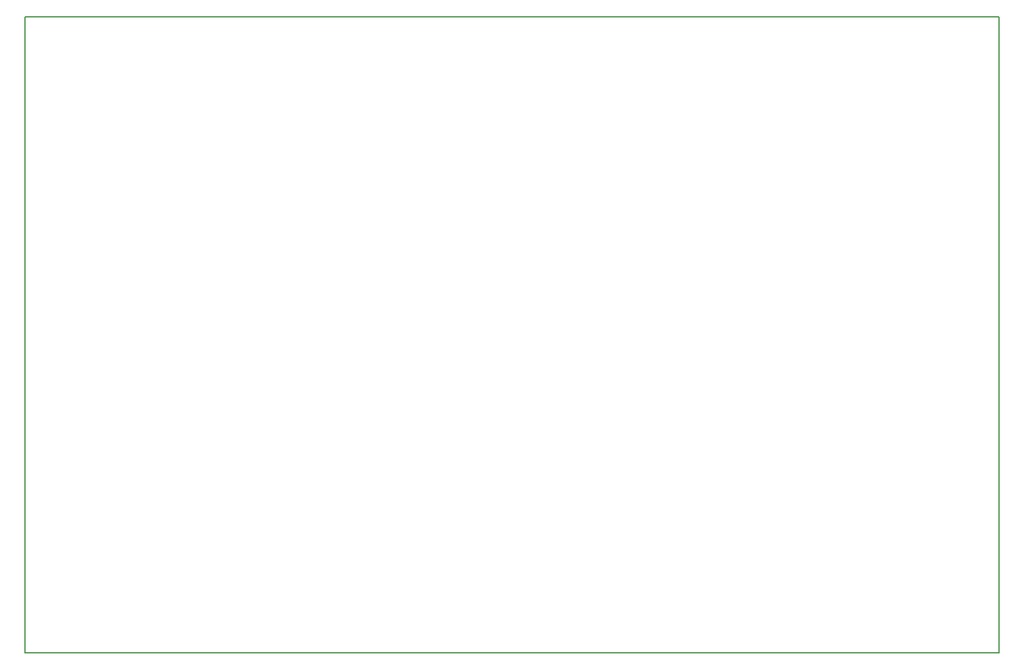
<source format=gko>
G04 #@! TF.GenerationSoftware,KiCad,Pcbnew,5.0.2+dfsg1-1*
G04 #@! TF.CreationDate,2019-08-03T20:00:25+02:00*
G04 #@! TF.ProjectId,ALU,414c552e-6b69-4636-9164-5f7063625858,rev?*
G04 #@! TF.SameCoordinates,Original*
G04 #@! TF.FileFunction,Profile,NP*
%FSLAX46Y46*%
G04 Gerber Fmt 4.6, Leading zero omitted, Abs format (unit mm)*
G04 Created by KiCad (PCBNEW 5.0.2+dfsg1-1) date za 03 aug 2019 20:00:25 CEST*
%MOMM*%
%LPD*%
G01*
G04 APERTURE LIST*
%ADD10C,0.150000*%
G04 APERTURE END LIST*
D10*
X17145000Y-105410000D02*
X17145000Y-19050000D01*
X149225000Y-105410000D02*
X17145000Y-105410000D01*
X149225000Y-19050000D02*
X149225000Y-105410000D01*
X17145000Y-19050000D02*
X149225000Y-19050000D01*
M02*

</source>
